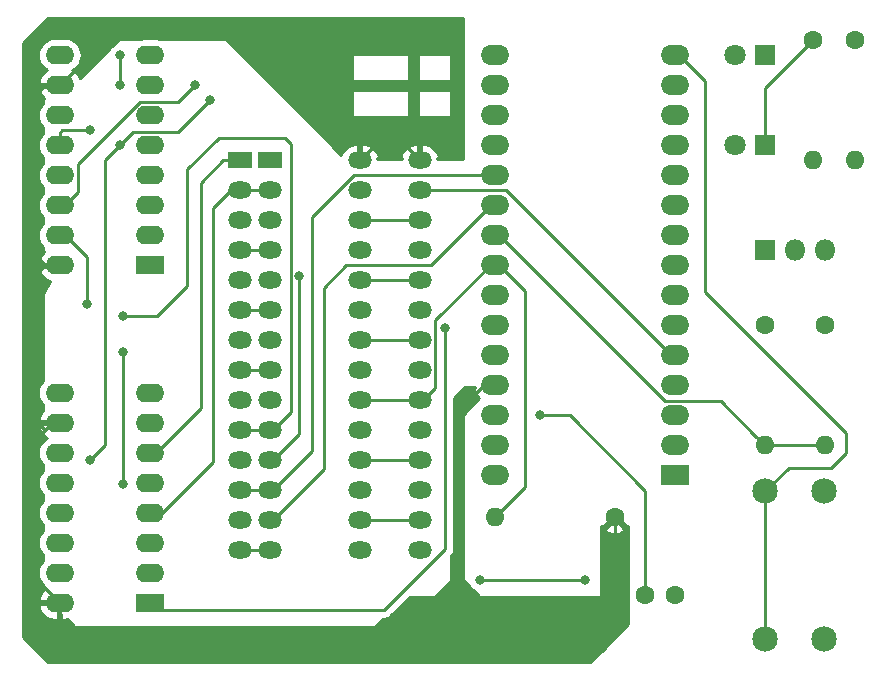
<source format=gbl>
G04 #@! TF.GenerationSoftware,KiCad,Pcbnew,(5.1.0)-1*
G04 #@! TF.CreationDate,2019-05-25T00:30:21-04:00*
G04 #@! TF.ProjectId,f-ramune_arduino,662d7261-6d75-46e6-955f-61726475696e,rev?*
G04 #@! TF.SameCoordinates,Original*
G04 #@! TF.FileFunction,Copper,L2,Bot*
G04 #@! TF.FilePolarity,Positive*
%FSLAX46Y46*%
G04 Gerber Fmt 4.6, Leading zero omitted, Abs format (unit mm)*
G04 Created by KiCad (PCBNEW (5.1.0)-1) date 2019-05-25 00:30:21*
%MOMM*%
%LPD*%
G04 APERTURE LIST*
%ADD10O,2.000000X1.440000*%
%ADD11R,2.000000X1.440000*%
%ADD12C,2.159000*%
%ADD13C,1.600000*%
%ADD14O,2.400000X1.600000*%
%ADD15R,2.400000X1.600000*%
%ADD16O,1.600000X1.600000*%
%ADD17O,1.800000X1.800000*%
%ADD18R,1.800000X1.800000*%
%ADD19C,1.800000*%
%ADD20O,2.400000X1.700000*%
%ADD21R,2.400000X1.700000*%
%ADD22C,0.800000*%
%ADD23C,0.250000*%
%ADD24C,0.254000*%
G04 APERTURE END LIST*
D10*
X146050000Y-120650000D03*
X135890000Y-120650000D03*
X146050000Y-118110000D03*
X135890000Y-118110000D03*
X146050000Y-115570000D03*
X135890000Y-115570000D03*
X146050000Y-113030000D03*
X135890000Y-113030000D03*
X146050000Y-110490000D03*
X135890000Y-110490000D03*
X146050000Y-107950000D03*
X135890000Y-107950000D03*
X146050000Y-105410000D03*
X135890000Y-105410000D03*
X146050000Y-102870000D03*
X135890000Y-102870000D03*
X146050000Y-100330000D03*
X135890000Y-100330000D03*
X146050000Y-97790000D03*
X135890000Y-97790000D03*
X146050000Y-95250000D03*
X135890000Y-95250000D03*
X146050000Y-92710000D03*
X135890000Y-92710000D03*
X146050000Y-90170000D03*
X135890000Y-90170000D03*
X146050000Y-87630000D03*
D11*
X135890000Y-87630000D03*
D10*
X146050000Y-87630000D03*
X146050000Y-90170000D03*
X146050000Y-92710000D03*
X146050000Y-95250000D03*
X146050000Y-97790000D03*
X146050000Y-100330000D03*
X146050000Y-102870000D03*
X146050000Y-105410000D03*
X146050000Y-107950000D03*
X146050000Y-110490000D03*
X146050000Y-113030000D03*
X146050000Y-115570000D03*
X146050000Y-118110000D03*
X146050000Y-120650000D03*
X146050000Y-120650000D03*
X146050000Y-118110000D03*
X146050000Y-115570000D03*
X146050000Y-113030000D03*
X146050000Y-110490000D03*
X146050000Y-107950000D03*
X146050000Y-105410000D03*
X146050000Y-102870000D03*
X146050000Y-100330000D03*
X146050000Y-97790000D03*
X146050000Y-95250000D03*
X146050000Y-92710000D03*
X146050000Y-90170000D03*
X146050000Y-87630000D03*
X146050000Y-87630000D03*
X146050000Y-90170000D03*
X146050000Y-92710000D03*
X146050000Y-95250000D03*
X146050000Y-97790000D03*
X146050000Y-100330000D03*
X146050000Y-102870000D03*
X146050000Y-105410000D03*
X146050000Y-107950000D03*
X146050000Y-110490000D03*
X146050000Y-113030000D03*
X146050000Y-115570000D03*
X146050000Y-118110000D03*
X146050000Y-120650000D03*
D11*
X138430000Y-87630000D03*
D10*
X138430000Y-90170000D03*
X138430000Y-92710000D03*
X138430000Y-95250000D03*
X138430000Y-97790000D03*
X138430000Y-100330000D03*
X138430000Y-102870000D03*
X138430000Y-105410000D03*
X138430000Y-107950000D03*
X138430000Y-110490000D03*
X138430000Y-113030000D03*
X138430000Y-115570000D03*
X138430000Y-118110000D03*
X138430000Y-120650000D03*
X151130000Y-120650000D03*
X151130000Y-118110000D03*
X151130000Y-115570000D03*
X151130000Y-113030000D03*
X151130000Y-110490000D03*
X151130000Y-107950000D03*
X151130000Y-105410000D03*
X151130000Y-102870000D03*
X151130000Y-100330000D03*
X151130000Y-97790000D03*
X151130000Y-95250000D03*
X151130000Y-92710000D03*
X151130000Y-90170000D03*
X151130000Y-87630000D03*
X151130000Y-87630000D03*
X151130000Y-90170000D03*
X151130000Y-92710000D03*
X151130000Y-95250000D03*
X151130000Y-97790000D03*
X151130000Y-100330000D03*
X151130000Y-102870000D03*
X151130000Y-105410000D03*
X151130000Y-107950000D03*
X151130000Y-110490000D03*
X151130000Y-113030000D03*
X151130000Y-115570000D03*
X151130000Y-118110000D03*
X151130000Y-120650000D03*
X151130000Y-120650000D03*
X151130000Y-118110000D03*
X151130000Y-115570000D03*
X151130000Y-113030000D03*
X151130000Y-110490000D03*
X151130000Y-107950000D03*
X151130000Y-105410000D03*
X151130000Y-102870000D03*
X151130000Y-100330000D03*
X151130000Y-97790000D03*
X151130000Y-95250000D03*
X151130000Y-92710000D03*
X151130000Y-90170000D03*
X151130000Y-87630000D03*
X151130000Y-87630000D03*
X151130000Y-90170000D03*
X151130000Y-92710000D03*
X151130000Y-95250000D03*
X151130000Y-97790000D03*
X151130000Y-100330000D03*
X151130000Y-102870000D03*
X151130000Y-105410000D03*
X151130000Y-107950000D03*
X151130000Y-110490000D03*
X151130000Y-113030000D03*
X151130000Y-115570000D03*
X151130000Y-118110000D03*
X151130000Y-120650000D03*
D12*
X180380640Y-128168400D03*
X180380640Y-115671600D03*
X185379360Y-128168400D03*
X185379360Y-115671600D03*
D13*
X170220000Y-124460000D03*
X172720000Y-124460000D03*
D14*
X120650000Y-125095000D03*
X128270000Y-107315000D03*
X120650000Y-122555000D03*
X128270000Y-109855000D03*
X120650000Y-120015000D03*
X128270000Y-112395000D03*
X120650000Y-117475000D03*
X128270000Y-114935000D03*
X120650000Y-114935000D03*
X128270000Y-117475000D03*
X120650000Y-112395000D03*
X128270000Y-120015000D03*
X120650000Y-109855000D03*
X128270000Y-122555000D03*
X120650000Y-107315000D03*
D15*
X128270000Y-125095000D03*
D14*
X120650000Y-96520000D03*
X128270000Y-78740000D03*
X120650000Y-93980000D03*
X128270000Y-81280000D03*
X120650000Y-91440000D03*
X128270000Y-83820000D03*
X120650000Y-88900000D03*
X128270000Y-86360000D03*
X120650000Y-86360000D03*
X128270000Y-88900000D03*
X120650000Y-83820000D03*
X128270000Y-91440000D03*
X120650000Y-81280000D03*
X128270000Y-93980000D03*
X120650000Y-78740000D03*
D15*
X128270000Y-96520000D03*
D16*
X157480000Y-117856000D03*
D13*
X167640000Y-117856000D03*
D16*
X180340000Y-111760000D03*
D13*
X180340000Y-101600000D03*
D16*
X185420000Y-111760000D03*
D13*
X185420000Y-101600000D03*
D16*
X187960000Y-87630000D03*
D13*
X187960000Y-77470000D03*
D16*
X184404000Y-87630000D03*
D13*
X184404000Y-77470000D03*
D17*
X185420000Y-95250000D03*
X182880000Y-95250000D03*
D18*
X180340000Y-95250000D03*
D19*
X177800000Y-78740000D03*
D18*
X180340000Y-78740000D03*
D19*
X177800000Y-86360000D03*
D18*
X180340000Y-86360000D03*
D20*
X172720000Y-78740000D03*
X157480000Y-78740000D03*
X172720000Y-81280000D03*
X157480000Y-81280000D03*
X172720000Y-83820000D03*
X157480000Y-83820000D03*
X172720000Y-86360000D03*
X157480000Y-86360000D03*
X172720000Y-88900000D03*
X157480000Y-88900000D03*
X172720000Y-91440000D03*
X157480000Y-91440000D03*
X172720000Y-93980000D03*
X157480000Y-93980000D03*
X172720000Y-96520000D03*
X157480000Y-96520000D03*
X172720000Y-99060000D03*
X157480000Y-99060000D03*
X172720000Y-101600000D03*
X157480000Y-101600000D03*
X172720000Y-104140000D03*
X157480000Y-104140000D03*
X172720000Y-106680000D03*
X157480000Y-106680000D03*
X172720000Y-109220000D03*
X157480000Y-109220000D03*
X172720000Y-111760000D03*
X157480000Y-111760000D03*
D21*
X172720000Y-114300000D03*
D20*
X157480000Y-114300000D03*
D22*
X132080000Y-81280000D03*
X133350000Y-82550000D03*
X125730000Y-86360000D03*
X123190000Y-85090000D03*
X123190000Y-113030000D03*
X161290000Y-109220000D03*
X140933010Y-97409000D03*
X122936000Y-99822000D03*
X125984000Y-100838000D03*
X125730000Y-78740000D03*
X125730000Y-81280000D03*
X125984000Y-103886000D03*
X125984014Y-115062000D03*
X153289000Y-101854000D03*
X156210000Y-123190000D03*
X165099972Y-123190000D03*
D23*
X180380640Y-128168400D02*
X180380640Y-115671600D01*
X173070000Y-78740000D02*
X172720000Y-78740000D01*
X175260000Y-80930000D02*
X173070000Y-78740000D01*
X182387240Y-113665000D02*
X185928000Y-113665000D01*
X180380640Y-115671600D02*
X182387240Y-113665000D01*
X185928000Y-113665000D02*
X187198000Y-112395000D01*
X187198000Y-112395000D02*
X187198000Y-110744000D01*
X187198000Y-110744000D02*
X175260000Y-98806000D01*
X175260000Y-98806000D02*
X175260000Y-80930000D01*
X121050000Y-91440000D02*
X120650000Y-91440000D01*
X122175010Y-90314990D02*
X121050000Y-91440000D01*
X122175010Y-87923986D02*
X122175010Y-90314990D01*
X127404006Y-82694990D02*
X122175010Y-87923986D01*
X130665010Y-82694990D02*
X127404006Y-82694990D01*
X132080000Y-81280000D02*
X130665010Y-82694990D01*
X130665010Y-85234990D02*
X126855010Y-85234990D01*
X133350000Y-82550000D02*
X130665010Y-85234990D01*
X126855010Y-85234990D02*
X125730000Y-86360000D01*
X125730000Y-86360000D02*
X125730000Y-86360000D01*
X120650000Y-85310000D02*
X120650000Y-86360000D01*
X120870000Y-85090000D02*
X120650000Y-85310000D01*
X123190000Y-85090000D02*
X120870000Y-85090000D01*
X123190000Y-113030000D02*
X123190000Y-113030000D01*
X124460000Y-111760000D02*
X123190000Y-113030000D01*
X125730000Y-86360000D02*
X124460000Y-87630000D01*
X124460000Y-87630000D02*
X124460000Y-111760000D01*
X161290000Y-109220000D02*
X161290000Y-109220000D01*
X170220000Y-115610000D02*
X170220000Y-124460000D01*
X161290000Y-109220000D02*
X163830000Y-109220000D01*
X163830000Y-109220000D02*
X170220000Y-115610000D01*
X154795001Y-126855001D02*
X166514999Y-126855001D01*
X166514999Y-126855001D02*
X167640000Y-125730000D01*
X119380000Y-96520000D02*
X120650000Y-96520000D01*
X118110000Y-97790000D02*
X119380000Y-96520000D01*
X119380000Y-110490000D02*
X118110000Y-109220000D01*
X118110000Y-109220000D02*
X118110000Y-97790000D01*
X119380000Y-81280000D02*
X120650000Y-81280000D01*
X118110000Y-82550000D02*
X119380000Y-81280000D01*
X119380000Y-96520000D02*
X118110000Y-95250000D01*
X118110000Y-95250000D02*
X118110000Y-82550000D01*
X125730000Y-76200000D02*
X120650000Y-81280000D01*
X137160000Y-76200000D02*
X125730000Y-76200000D01*
X146050000Y-87630000D02*
X146050000Y-85090000D01*
X146050000Y-85090000D02*
X137160000Y-76200000D01*
X149860000Y-86360000D02*
X151130000Y-87630000D01*
X146050000Y-87630000D02*
X147320000Y-86360000D01*
X147320000Y-86360000D02*
X149860000Y-86360000D01*
X167640000Y-117475000D02*
X167640000Y-125730000D01*
X156591000Y-106680000D02*
X157480000Y-106680000D01*
X154305000Y-108966000D02*
X156591000Y-106680000D01*
X154795001Y-126855001D02*
X154305000Y-126365000D01*
X154305000Y-126365000D02*
X154305000Y-108966000D01*
X118110000Y-111760000D02*
X118110000Y-122555000D01*
X118110000Y-122555000D02*
X120650000Y-125095000D01*
X153634002Y-128016000D02*
X154795001Y-126855001D01*
X120650000Y-125095000D02*
X120650000Y-127508000D01*
X119380000Y-110490000D02*
X118110000Y-111760000D01*
X120650000Y-127508000D02*
X121158000Y-128016000D01*
X121158000Y-128016000D02*
X153634002Y-128016000D01*
X119815000Y-110055000D02*
X119380000Y-110490000D01*
X120332500Y-110055000D02*
X119815000Y-110055000D01*
X146050000Y-113030000D02*
X151130000Y-113030000D01*
X146050000Y-102870000D02*
X151130000Y-102870000D01*
X146050000Y-107950000D02*
X151130000Y-107950000D01*
X152455010Y-106904990D02*
X151410000Y-107950000D01*
X157130000Y-96520000D02*
X152455010Y-101194990D01*
X157480000Y-96520000D02*
X157130000Y-96520000D01*
X152455010Y-101194990D02*
X152455010Y-106904990D01*
X151410000Y-107950000D02*
X151130000Y-107950000D01*
X157830000Y-96520000D02*
X157480000Y-96520000D01*
X160020000Y-98710000D02*
X157830000Y-96520000D01*
X157480000Y-117856000D02*
X160020000Y-115316000D01*
X160020000Y-115316000D02*
X160020000Y-98710000D01*
X151130000Y-118110000D02*
X146050000Y-118110000D01*
X179540001Y-110960001D02*
X180340000Y-111760000D01*
X176624990Y-108044990D02*
X179540001Y-110960001D01*
X171894990Y-108044990D02*
X176624990Y-108044990D01*
X157830000Y-93980000D02*
X171894990Y-108044990D01*
X157480000Y-93980000D02*
X157830000Y-93980000D01*
X185420000Y-111760000D02*
X180340000Y-111760000D01*
X138710000Y-118110000D02*
X143002000Y-113818000D01*
X138430000Y-118110000D02*
X138710000Y-118110000D01*
X157130000Y-91440000D02*
X157480000Y-91440000D01*
X143002000Y-113818000D02*
X143002000Y-98425000D01*
X143002000Y-98425000D02*
X144907000Y-96520000D01*
X144907000Y-96520000D02*
X152050000Y-96520000D01*
X152050000Y-96520000D02*
X157130000Y-91440000D01*
X152380000Y-90170000D02*
X151130000Y-90170000D01*
X158400000Y-90170000D02*
X152380000Y-90170000D01*
X172370000Y-104140000D02*
X158400000Y-90170000D01*
X172720000Y-104140000D02*
X172370000Y-104140000D01*
X138430000Y-115570000D02*
X135890000Y-115570000D01*
X156030000Y-88900000D02*
X157480000Y-88900000D01*
X145562133Y-88900000D02*
X156030000Y-88900000D01*
X141986000Y-92476133D02*
X145562133Y-88900000D01*
X141986000Y-112294000D02*
X141986000Y-92476133D01*
X138430000Y-115570000D02*
X138710000Y-115570000D01*
X138710000Y-115570000D02*
X141986000Y-112294000D01*
X138430000Y-113030000D02*
X138710000Y-113030000D01*
X140933010Y-110806990D02*
X140933010Y-97974685D01*
X140933010Y-97974685D02*
X140933010Y-97409000D01*
X138710000Y-113030000D02*
X140933010Y-110806990D01*
X135890000Y-110490000D02*
X138430000Y-110490000D01*
X121050000Y-93980000D02*
X122936000Y-95866000D01*
X122936000Y-99256315D02*
X122936000Y-99822000D01*
X120650000Y-93980000D02*
X121050000Y-93980000D01*
X122936000Y-95866000D02*
X122936000Y-99256315D01*
X128905000Y-100838000D02*
X125984000Y-100838000D01*
X131445000Y-98298000D02*
X128905000Y-100838000D01*
X131445000Y-88392000D02*
X131445000Y-98298000D01*
X138430000Y-110490000D02*
X138710000Y-110490000D01*
X140208000Y-108992000D02*
X140208000Y-86233000D01*
X140208000Y-86233000D02*
X139700000Y-85725000D01*
X138710000Y-110490000D02*
X140208000Y-108992000D01*
X139700000Y-85725000D02*
X134112000Y-85725000D01*
X134112000Y-85725000D02*
X131445000Y-88392000D01*
X138430000Y-95250000D02*
X135890000Y-95250000D01*
X135890000Y-100330000D02*
X138430000Y-100330000D01*
X138430000Y-105410000D02*
X135890000Y-105410000D01*
X125730000Y-78740000D02*
X125730000Y-81280000D01*
X125730000Y-81280000D02*
X125730000Y-81280000D01*
X125984000Y-103886000D02*
X125984000Y-115061986D01*
X125984000Y-115061986D02*
X125984014Y-115062000D01*
X134493000Y-87630000D02*
X135890000Y-87630000D01*
X132588000Y-89535000D02*
X134493000Y-87630000D01*
X132588000Y-108585000D02*
X132588000Y-89535000D01*
X128270000Y-112395000D02*
X128778000Y-112395000D01*
X128778000Y-112395000D02*
X132588000Y-108585000D01*
X151130000Y-92710000D02*
X146050000Y-92710000D01*
X135890000Y-90170000D02*
X138430000Y-90170000D01*
X135128000Y-90170000D02*
X135890000Y-90170000D01*
X133604000Y-91694000D02*
X135128000Y-90170000D01*
X133604000Y-113176000D02*
X133604000Y-91694000D01*
X129305000Y-117475000D02*
X133604000Y-113176000D01*
X128270000Y-117475000D02*
X129305000Y-117475000D01*
X146050000Y-97790000D02*
X151130000Y-97790000D01*
X148082000Y-125730000D02*
X153289000Y-120523000D01*
X153289000Y-102419685D02*
X153289000Y-101854000D01*
X153289000Y-120523000D02*
X153289000Y-102419685D01*
X128270000Y-125730000D02*
X148082000Y-125730000D01*
X135890000Y-120650000D02*
X138430000Y-120650000D01*
X161290000Y-123190000D02*
X161290000Y-123190000D01*
X156210000Y-123190000D02*
X165099972Y-123190000D01*
X180340000Y-81534000D02*
X184404000Y-77470000D01*
X180340000Y-86360000D02*
X180340000Y-81534000D01*
D24*
G36*
X167833748Y-117841858D02*
G01*
X167819605Y-117856000D01*
X168632702Y-118669097D01*
X168783000Y-118624998D01*
X168783000Y-126947394D01*
X166531771Y-129198623D01*
X167522937Y-119286971D01*
X167710512Y-119296217D01*
X167990130Y-119254787D01*
X168256292Y-119159603D01*
X168381514Y-119092671D01*
X168453097Y-118848702D01*
X167647339Y-118042944D01*
X167682566Y-117690676D01*
X167833748Y-117841858D01*
X167833748Y-117841858D01*
G37*
X167833748Y-117841858D02*
X167819605Y-117856000D01*
X168632702Y-118669097D01*
X168783000Y-118624998D01*
X168783000Y-126947394D01*
X166531771Y-129198623D01*
X167522937Y-119286971D01*
X167710512Y-119296217D01*
X167990130Y-119254787D01*
X168256292Y-119159603D01*
X168381514Y-119092671D01*
X168453097Y-118848702D01*
X167647339Y-118042944D01*
X167682566Y-117690676D01*
X167833748Y-117841858D01*
G36*
X154813000Y-87503000D02*
G01*
X152765000Y-87503000D01*
X152765000Y-87502998D01*
X152599490Y-87502998D01*
X152722559Y-87293528D01*
X152710458Y-87228797D01*
X152607199Y-86982799D01*
X152457933Y-86761673D01*
X152268395Y-86573916D01*
X152045869Y-86426744D01*
X151798907Y-86325812D01*
X151537000Y-86275000D01*
X151257000Y-86275000D01*
X151257000Y-87503000D01*
X151003000Y-87503000D01*
X151003000Y-86275000D01*
X150723000Y-86275000D01*
X150461093Y-86325812D01*
X150214131Y-86426744D01*
X149991605Y-86573916D01*
X149802067Y-86761673D01*
X149652801Y-86982799D01*
X149549542Y-87228797D01*
X149537441Y-87293528D01*
X149660510Y-87502998D01*
X149495000Y-87502998D01*
X149495000Y-87503000D01*
X147685000Y-87503000D01*
X147685000Y-87502998D01*
X147519490Y-87502998D01*
X147642559Y-87293528D01*
X147630458Y-87228797D01*
X147527199Y-86982799D01*
X147377933Y-86761673D01*
X147188395Y-86573916D01*
X146965869Y-86426744D01*
X146718907Y-86325812D01*
X146457000Y-86275000D01*
X146177000Y-86275000D01*
X146177000Y-87503000D01*
X145923000Y-87503000D01*
X145923000Y-86275000D01*
X145643000Y-86275000D01*
X145381093Y-86325812D01*
X145134131Y-86426744D01*
X144911605Y-86573916D01*
X144722067Y-86761673D01*
X144572801Y-86982799D01*
X144495814Y-87166208D01*
X139117606Y-81788000D01*
X145415000Y-81788000D01*
X145415000Y-83820000D01*
X145417440Y-83844776D01*
X145424667Y-83868601D01*
X145436403Y-83890557D01*
X145452197Y-83909803D01*
X145471443Y-83925597D01*
X145493399Y-83937333D01*
X145517224Y-83944560D01*
X145542000Y-83947000D01*
X150114000Y-83947000D01*
X150138776Y-83944560D01*
X150162601Y-83937333D01*
X150184557Y-83925597D01*
X150203803Y-83909803D01*
X150219597Y-83890557D01*
X150231333Y-83868601D01*
X150238560Y-83844776D01*
X150241000Y-83820000D01*
X150241000Y-81788000D01*
X151003000Y-81788000D01*
X151003000Y-83820000D01*
X151005440Y-83844776D01*
X151012667Y-83868601D01*
X151024403Y-83890557D01*
X151040197Y-83909803D01*
X151059443Y-83925597D01*
X151081399Y-83937333D01*
X151105224Y-83944560D01*
X151130000Y-83947000D01*
X153670000Y-83947000D01*
X153694776Y-83944560D01*
X153718601Y-83937333D01*
X153740557Y-83925597D01*
X153759803Y-83909803D01*
X153775597Y-83890557D01*
X153787333Y-83868601D01*
X153794560Y-83844776D01*
X153797000Y-83820000D01*
X153797000Y-81788000D01*
X153794560Y-81763224D01*
X153787333Y-81739399D01*
X153775597Y-81717443D01*
X153759803Y-81698197D01*
X153740557Y-81682403D01*
X153718601Y-81670667D01*
X153694776Y-81663440D01*
X153670000Y-81661000D01*
X151130000Y-81661000D01*
X151105224Y-81663440D01*
X151081399Y-81670667D01*
X151059443Y-81682403D01*
X151040197Y-81698197D01*
X151024403Y-81717443D01*
X151012667Y-81739399D01*
X151005440Y-81763224D01*
X151003000Y-81788000D01*
X150241000Y-81788000D01*
X150238560Y-81763224D01*
X150231333Y-81739399D01*
X150219597Y-81717443D01*
X150203803Y-81698197D01*
X150184557Y-81682403D01*
X150162601Y-81670667D01*
X150138776Y-81663440D01*
X150114000Y-81661000D01*
X145542000Y-81661000D01*
X145517224Y-81663440D01*
X145493399Y-81670667D01*
X145471443Y-81682403D01*
X145452197Y-81698197D01*
X145436403Y-81717443D01*
X145424667Y-81739399D01*
X145417440Y-81763224D01*
X145415000Y-81788000D01*
X139117606Y-81788000D01*
X136069606Y-78740000D01*
X145415000Y-78740000D01*
X145415000Y-80772000D01*
X145417440Y-80796776D01*
X145424667Y-80820601D01*
X145436403Y-80842557D01*
X145452197Y-80861803D01*
X145471443Y-80877597D01*
X145493399Y-80889333D01*
X145517224Y-80896560D01*
X145542000Y-80899000D01*
X150114000Y-80899000D01*
X150138776Y-80896560D01*
X150162601Y-80889333D01*
X150184557Y-80877597D01*
X150203803Y-80861803D01*
X150219597Y-80842557D01*
X150231333Y-80820601D01*
X150238560Y-80796776D01*
X150241000Y-80772000D01*
X150241000Y-78740000D01*
X151003000Y-78740000D01*
X151003000Y-80772000D01*
X151005440Y-80796776D01*
X151012667Y-80820601D01*
X151024403Y-80842557D01*
X151040197Y-80861803D01*
X151059443Y-80877597D01*
X151081399Y-80889333D01*
X151105224Y-80896560D01*
X151130000Y-80899000D01*
X153670000Y-80899000D01*
X153694776Y-80896560D01*
X153718601Y-80889333D01*
X153740557Y-80877597D01*
X153759803Y-80861803D01*
X153775597Y-80842557D01*
X153787333Y-80820601D01*
X153794560Y-80796776D01*
X153797000Y-80772000D01*
X153797000Y-78740000D01*
X153794560Y-78715224D01*
X153787333Y-78691399D01*
X153775597Y-78669443D01*
X153759803Y-78650197D01*
X153740557Y-78634403D01*
X153718601Y-78622667D01*
X153694776Y-78615440D01*
X153670000Y-78613000D01*
X151130000Y-78613000D01*
X151105224Y-78615440D01*
X151081399Y-78622667D01*
X151059443Y-78634403D01*
X151040197Y-78650197D01*
X151024403Y-78669443D01*
X151012667Y-78691399D01*
X151005440Y-78715224D01*
X151003000Y-78740000D01*
X150241000Y-78740000D01*
X150238560Y-78715224D01*
X150231333Y-78691399D01*
X150219597Y-78669443D01*
X150203803Y-78650197D01*
X150184557Y-78634403D01*
X150162601Y-78622667D01*
X150138776Y-78615440D01*
X150114000Y-78613000D01*
X145542000Y-78613000D01*
X145517224Y-78615440D01*
X145493399Y-78622667D01*
X145471443Y-78634403D01*
X145452197Y-78650197D01*
X145436403Y-78669443D01*
X145424667Y-78691399D01*
X145417440Y-78715224D01*
X145415000Y-78740000D01*
X136069606Y-78740000D01*
X134709803Y-77380197D01*
X134690557Y-77364403D01*
X134668601Y-77352667D01*
X134644776Y-77345440D01*
X134620000Y-77343000D01*
X129008129Y-77343000D01*
X128951309Y-77325764D01*
X128740492Y-77305000D01*
X127799508Y-77305000D01*
X127588691Y-77325764D01*
X127531871Y-77343000D01*
X125730000Y-77343000D01*
X125705224Y-77345440D01*
X125681399Y-77352667D01*
X125659443Y-77364403D01*
X125640197Y-77380197D01*
X125112734Y-77907660D01*
X125070226Y-77936063D01*
X124926063Y-78080226D01*
X124897660Y-78122734D01*
X122349055Y-80671339D01*
X122313715Y-80588354D01*
X122154500Y-80355105D01*
X121952839Y-80157399D01*
X121723259Y-80007265D01*
X121851101Y-79938932D01*
X122069608Y-79759608D01*
X122248932Y-79541101D01*
X122382182Y-79291808D01*
X122464236Y-79021309D01*
X122491943Y-78740000D01*
X122464236Y-78458691D01*
X122382182Y-78188192D01*
X122248932Y-77938899D01*
X122069608Y-77720392D01*
X121851101Y-77541068D01*
X121601808Y-77407818D01*
X121331309Y-77325764D01*
X121120492Y-77305000D01*
X120179508Y-77305000D01*
X119968691Y-77325764D01*
X119698192Y-77407818D01*
X119448899Y-77541068D01*
X119230392Y-77720392D01*
X119051068Y-77938899D01*
X118917818Y-78188192D01*
X118835764Y-78458691D01*
X118808057Y-78740000D01*
X118835764Y-79021309D01*
X118917818Y-79291808D01*
X119051068Y-79541101D01*
X119230392Y-79759608D01*
X119448899Y-79938932D01*
X119576741Y-80007265D01*
X119347161Y-80157399D01*
X119145500Y-80355105D01*
X118986285Y-80588354D01*
X118875633Y-80848182D01*
X118858096Y-80930961D01*
X118980085Y-81153000D01*
X120523000Y-81153000D01*
X120523000Y-81133000D01*
X120777000Y-81133000D01*
X120777000Y-81153000D01*
X120650000Y-81153000D01*
X120625224Y-81155440D01*
X120601399Y-81162667D01*
X120579443Y-81174403D01*
X120560197Y-81190197D01*
X120343394Y-81407000D01*
X118980085Y-81407000D01*
X118858096Y-81629039D01*
X118875633Y-81711818D01*
X118986285Y-81971646D01*
X119145500Y-82204895D01*
X119347161Y-82402601D01*
X119347543Y-82402851D01*
X119290197Y-82460197D01*
X119274403Y-82479443D01*
X119262667Y-82501399D01*
X119255440Y-82525224D01*
X119253000Y-82550000D01*
X119253000Y-82781838D01*
X119230392Y-82800392D01*
X119051068Y-83018899D01*
X118917818Y-83268192D01*
X118835764Y-83538691D01*
X118808057Y-83820000D01*
X118835764Y-84101309D01*
X118917818Y-84371808D01*
X119051068Y-84621101D01*
X119230392Y-84839608D01*
X119253000Y-84858162D01*
X119253000Y-85321838D01*
X119230392Y-85340392D01*
X119051068Y-85558899D01*
X118917818Y-85808192D01*
X118835764Y-86078691D01*
X118808057Y-86360000D01*
X118835764Y-86641309D01*
X118917818Y-86911808D01*
X119051068Y-87161101D01*
X119230392Y-87379608D01*
X119253000Y-87398162D01*
X119253000Y-87861838D01*
X119230392Y-87880392D01*
X119051068Y-88098899D01*
X118917818Y-88348192D01*
X118835764Y-88618691D01*
X118808057Y-88900000D01*
X118835764Y-89181309D01*
X118917818Y-89451808D01*
X119051068Y-89701101D01*
X119230392Y-89919608D01*
X119253000Y-89938162D01*
X119253000Y-90401838D01*
X119230392Y-90420392D01*
X119051068Y-90638899D01*
X118917818Y-90888192D01*
X118835764Y-91158691D01*
X118808057Y-91440000D01*
X118835764Y-91721309D01*
X118917818Y-91991808D01*
X119051068Y-92241101D01*
X119230392Y-92459608D01*
X119253000Y-92478162D01*
X119253000Y-92941838D01*
X119230392Y-92960392D01*
X119051068Y-93178899D01*
X118917818Y-93428192D01*
X118835764Y-93698691D01*
X118808057Y-93980000D01*
X118835764Y-94261309D01*
X118917818Y-94531808D01*
X119051068Y-94781101D01*
X119230392Y-94999608D01*
X119253000Y-95018162D01*
X119253000Y-95250000D01*
X119255440Y-95274776D01*
X119262667Y-95298601D01*
X119274403Y-95320557D01*
X119290197Y-95339803D01*
X119347543Y-95397149D01*
X119347161Y-95397399D01*
X119145500Y-95595105D01*
X118986285Y-95828354D01*
X118875633Y-96088182D01*
X118858096Y-96170961D01*
X118980085Y-96393000D01*
X120343394Y-96393000D01*
X120495471Y-96545077D01*
X120444510Y-96647000D01*
X118980085Y-96647000D01*
X118858096Y-96869039D01*
X118875633Y-96951818D01*
X118986285Y-97211646D01*
X119145500Y-97444895D01*
X119347161Y-97642601D01*
X119583517Y-97797166D01*
X119821512Y-97892996D01*
X119266408Y-99003204D01*
X119257510Y-99026456D01*
X119253000Y-99060000D01*
X119253000Y-106276838D01*
X119230392Y-106295392D01*
X119051068Y-106513899D01*
X118917818Y-106763192D01*
X118835764Y-107033691D01*
X118808057Y-107315000D01*
X118835764Y-107596309D01*
X118917818Y-107866808D01*
X119051068Y-108116101D01*
X119230392Y-108334608D01*
X119253000Y-108353162D01*
X119253000Y-108824713D01*
X119145500Y-108930105D01*
X118986285Y-109163354D01*
X118875633Y-109423182D01*
X118858096Y-109505961D01*
X118980085Y-109728000D01*
X119708394Y-109728000D01*
X119962394Y-109982000D01*
X118980085Y-109982000D01*
X118858096Y-110204039D01*
X118875633Y-110286818D01*
X118986285Y-110546646D01*
X119145500Y-110779895D01*
X119347161Y-110977601D01*
X119576741Y-111127735D01*
X119448899Y-111196068D01*
X119230392Y-111375392D01*
X119051068Y-111593899D01*
X118917818Y-111843192D01*
X118835764Y-112113691D01*
X118808057Y-112395000D01*
X118835764Y-112676309D01*
X118917818Y-112946808D01*
X119051068Y-113196101D01*
X119230392Y-113414608D01*
X119253000Y-113433162D01*
X119253000Y-113896838D01*
X119230392Y-113915392D01*
X119051068Y-114133899D01*
X118917818Y-114383192D01*
X118835764Y-114653691D01*
X118808057Y-114935000D01*
X118835764Y-115216309D01*
X118917818Y-115486808D01*
X119051068Y-115736101D01*
X119230392Y-115954608D01*
X119253000Y-115973162D01*
X119253000Y-116436838D01*
X119230392Y-116455392D01*
X119051068Y-116673899D01*
X118917818Y-116923192D01*
X118835764Y-117193691D01*
X118808057Y-117475000D01*
X118835764Y-117756309D01*
X118917818Y-118026808D01*
X119051068Y-118276101D01*
X119230392Y-118494608D01*
X119253000Y-118513162D01*
X119253000Y-118976838D01*
X119230392Y-118995392D01*
X119051068Y-119213899D01*
X118917818Y-119463192D01*
X118835764Y-119733691D01*
X118808057Y-120015000D01*
X118835764Y-120296309D01*
X118917818Y-120566808D01*
X119051068Y-120816101D01*
X119230392Y-121034608D01*
X119253000Y-121053162D01*
X119253000Y-121516838D01*
X119230392Y-121535392D01*
X119051068Y-121753899D01*
X118917818Y-122003192D01*
X118835764Y-122273691D01*
X118808057Y-122555000D01*
X118835764Y-122836309D01*
X118917818Y-123106808D01*
X119051068Y-123356101D01*
X119230392Y-123574608D01*
X119253000Y-123593162D01*
X119253000Y-124064713D01*
X119145500Y-124170105D01*
X118986285Y-124403354D01*
X118875633Y-124663182D01*
X118858096Y-124745961D01*
X118980085Y-124968000D01*
X119708394Y-124968000D01*
X119962394Y-125222000D01*
X118980085Y-125222000D01*
X118858096Y-125444039D01*
X118875633Y-125526818D01*
X118986285Y-125786646D01*
X119145500Y-126019895D01*
X119347161Y-126217601D01*
X119583517Y-126372166D01*
X119845486Y-126477650D01*
X120123000Y-126530000D01*
X120523000Y-126530000D01*
X120523000Y-125782606D01*
X120777000Y-126036606D01*
X120777000Y-126530000D01*
X121177000Y-126530000D01*
X121255572Y-126515178D01*
X121830197Y-127089803D01*
X121849443Y-127105597D01*
X121871399Y-127117333D01*
X121895224Y-127124560D01*
X121920000Y-127127000D01*
X147320000Y-127127000D01*
X147344776Y-127124560D01*
X147368601Y-127117333D01*
X147390557Y-127105597D01*
X147409803Y-127089803D01*
X148009606Y-126490000D01*
X148044678Y-126490000D01*
X148082000Y-126493676D01*
X148119322Y-126490000D01*
X148119333Y-126490000D01*
X148230986Y-126479003D01*
X148374247Y-126435546D01*
X148506276Y-126364974D01*
X148622001Y-126270001D01*
X148645804Y-126240997D01*
X150299801Y-124587000D01*
X152400000Y-124587000D01*
X152424776Y-124584560D01*
X152448601Y-124577333D01*
X152470557Y-124565597D01*
X152489803Y-124549803D01*
X153759803Y-123279803D01*
X153775597Y-123260557D01*
X153787333Y-123238601D01*
X153794560Y-123214776D01*
X153797000Y-123190000D01*
X153797000Y-121089802D01*
X153800004Y-121086798D01*
X153829001Y-121063001D01*
X153855332Y-121030917D01*
X153923974Y-120947277D01*
X153994546Y-120815247D01*
X153999479Y-120798986D01*
X154038003Y-120671986D01*
X154049000Y-120560333D01*
X154049000Y-120560323D01*
X154052676Y-120523001D01*
X154049000Y-120485678D01*
X154049000Y-107750606D01*
X154992606Y-106807000D01*
X155645000Y-106807000D01*
X155645000Y-106807002D01*
X155809844Y-106807002D01*
X155688524Y-107036890D01*
X155709437Y-107130953D01*
X155824709Y-107399426D01*
X155990143Y-107640252D01*
X156167393Y-107813001D01*
X154850197Y-109130197D01*
X154834403Y-109149443D01*
X154822667Y-109171399D01*
X154815440Y-109195224D01*
X154813000Y-109220000D01*
X154813000Y-123190000D01*
X154815440Y-123214776D01*
X154822667Y-123238601D01*
X154834403Y-123260557D01*
X154850197Y-123279803D01*
X155377660Y-123807266D01*
X155406063Y-123849774D01*
X155550226Y-123993937D01*
X155592734Y-124022340D01*
X156120197Y-124549803D01*
X156139443Y-124565597D01*
X156161399Y-124577333D01*
X156185224Y-124584560D01*
X156210000Y-124587000D01*
X166370000Y-124587000D01*
X166394776Y-124584560D01*
X166418601Y-124577333D01*
X166440557Y-124565597D01*
X166459803Y-124549803D01*
X166475597Y-124530557D01*
X166487333Y-124508601D01*
X166494560Y-124484776D01*
X166497000Y-124460000D01*
X166497000Y-118624998D01*
X166647298Y-118669097D01*
X167460395Y-117856000D01*
X167446253Y-117841858D01*
X167513000Y-117775110D01*
X167513000Y-118162605D01*
X166826903Y-118848702D01*
X166898486Y-119092671D01*
X167153996Y-119213571D01*
X167428184Y-119282300D01*
X167513000Y-119286481D01*
X167513000Y-128217394D01*
X165580394Y-130150000D01*
X119653381Y-130150000D01*
X117500000Y-127996620D01*
X117500000Y-77743380D01*
X119653381Y-75590000D01*
X154813000Y-75590000D01*
X154813000Y-87503000D01*
X154813000Y-87503000D01*
G37*
X154813000Y-87503000D02*
X152765000Y-87503000D01*
X152765000Y-87502998D01*
X152599490Y-87502998D01*
X152722559Y-87293528D01*
X152710458Y-87228797D01*
X152607199Y-86982799D01*
X152457933Y-86761673D01*
X152268395Y-86573916D01*
X152045869Y-86426744D01*
X151798907Y-86325812D01*
X151537000Y-86275000D01*
X151257000Y-86275000D01*
X151257000Y-87503000D01*
X151003000Y-87503000D01*
X151003000Y-86275000D01*
X150723000Y-86275000D01*
X150461093Y-86325812D01*
X150214131Y-86426744D01*
X149991605Y-86573916D01*
X149802067Y-86761673D01*
X149652801Y-86982799D01*
X149549542Y-87228797D01*
X149537441Y-87293528D01*
X149660510Y-87502998D01*
X149495000Y-87502998D01*
X149495000Y-87503000D01*
X147685000Y-87503000D01*
X147685000Y-87502998D01*
X147519490Y-87502998D01*
X147642559Y-87293528D01*
X147630458Y-87228797D01*
X147527199Y-86982799D01*
X147377933Y-86761673D01*
X147188395Y-86573916D01*
X146965869Y-86426744D01*
X146718907Y-86325812D01*
X146457000Y-86275000D01*
X146177000Y-86275000D01*
X146177000Y-87503000D01*
X145923000Y-87503000D01*
X145923000Y-86275000D01*
X145643000Y-86275000D01*
X145381093Y-86325812D01*
X145134131Y-86426744D01*
X144911605Y-86573916D01*
X144722067Y-86761673D01*
X144572801Y-86982799D01*
X144495814Y-87166208D01*
X139117606Y-81788000D01*
X145415000Y-81788000D01*
X145415000Y-83820000D01*
X145417440Y-83844776D01*
X145424667Y-83868601D01*
X145436403Y-83890557D01*
X145452197Y-83909803D01*
X145471443Y-83925597D01*
X145493399Y-83937333D01*
X145517224Y-83944560D01*
X145542000Y-83947000D01*
X150114000Y-83947000D01*
X150138776Y-83944560D01*
X150162601Y-83937333D01*
X150184557Y-83925597D01*
X150203803Y-83909803D01*
X150219597Y-83890557D01*
X150231333Y-83868601D01*
X150238560Y-83844776D01*
X150241000Y-83820000D01*
X150241000Y-81788000D01*
X151003000Y-81788000D01*
X151003000Y-83820000D01*
X151005440Y-83844776D01*
X151012667Y-83868601D01*
X151024403Y-83890557D01*
X151040197Y-83909803D01*
X151059443Y-83925597D01*
X151081399Y-83937333D01*
X151105224Y-83944560D01*
X151130000Y-83947000D01*
X153670000Y-83947000D01*
X153694776Y-83944560D01*
X153718601Y-83937333D01*
X153740557Y-83925597D01*
X153759803Y-83909803D01*
X153775597Y-83890557D01*
X153787333Y-83868601D01*
X153794560Y-83844776D01*
X153797000Y-83820000D01*
X153797000Y-81788000D01*
X153794560Y-81763224D01*
X153787333Y-81739399D01*
X153775597Y-81717443D01*
X153759803Y-81698197D01*
X153740557Y-81682403D01*
X153718601Y-81670667D01*
X153694776Y-81663440D01*
X153670000Y-81661000D01*
X151130000Y-81661000D01*
X151105224Y-81663440D01*
X151081399Y-81670667D01*
X151059443Y-81682403D01*
X151040197Y-81698197D01*
X151024403Y-81717443D01*
X151012667Y-81739399D01*
X151005440Y-81763224D01*
X151003000Y-81788000D01*
X150241000Y-81788000D01*
X150238560Y-81763224D01*
X150231333Y-81739399D01*
X150219597Y-81717443D01*
X150203803Y-81698197D01*
X150184557Y-81682403D01*
X150162601Y-81670667D01*
X150138776Y-81663440D01*
X150114000Y-81661000D01*
X145542000Y-81661000D01*
X145517224Y-81663440D01*
X145493399Y-81670667D01*
X145471443Y-81682403D01*
X145452197Y-81698197D01*
X145436403Y-81717443D01*
X145424667Y-81739399D01*
X145417440Y-81763224D01*
X145415000Y-81788000D01*
X139117606Y-81788000D01*
X136069606Y-78740000D01*
X145415000Y-78740000D01*
X145415000Y-80772000D01*
X145417440Y-80796776D01*
X145424667Y-80820601D01*
X145436403Y-80842557D01*
X145452197Y-80861803D01*
X145471443Y-80877597D01*
X145493399Y-80889333D01*
X145517224Y-80896560D01*
X145542000Y-80899000D01*
X150114000Y-80899000D01*
X150138776Y-80896560D01*
X150162601Y-80889333D01*
X150184557Y-80877597D01*
X150203803Y-80861803D01*
X150219597Y-80842557D01*
X150231333Y-80820601D01*
X150238560Y-80796776D01*
X150241000Y-80772000D01*
X150241000Y-78740000D01*
X151003000Y-78740000D01*
X151003000Y-80772000D01*
X151005440Y-80796776D01*
X151012667Y-80820601D01*
X151024403Y-80842557D01*
X151040197Y-80861803D01*
X151059443Y-80877597D01*
X151081399Y-80889333D01*
X151105224Y-80896560D01*
X151130000Y-80899000D01*
X153670000Y-80899000D01*
X153694776Y-80896560D01*
X153718601Y-80889333D01*
X153740557Y-80877597D01*
X153759803Y-80861803D01*
X153775597Y-80842557D01*
X153787333Y-80820601D01*
X153794560Y-80796776D01*
X153797000Y-80772000D01*
X153797000Y-78740000D01*
X153794560Y-78715224D01*
X153787333Y-78691399D01*
X153775597Y-78669443D01*
X153759803Y-78650197D01*
X153740557Y-78634403D01*
X153718601Y-78622667D01*
X153694776Y-78615440D01*
X153670000Y-78613000D01*
X151130000Y-78613000D01*
X151105224Y-78615440D01*
X151081399Y-78622667D01*
X151059443Y-78634403D01*
X151040197Y-78650197D01*
X151024403Y-78669443D01*
X151012667Y-78691399D01*
X151005440Y-78715224D01*
X151003000Y-78740000D01*
X150241000Y-78740000D01*
X150238560Y-78715224D01*
X150231333Y-78691399D01*
X150219597Y-78669443D01*
X150203803Y-78650197D01*
X150184557Y-78634403D01*
X150162601Y-78622667D01*
X150138776Y-78615440D01*
X150114000Y-78613000D01*
X145542000Y-78613000D01*
X145517224Y-78615440D01*
X145493399Y-78622667D01*
X145471443Y-78634403D01*
X145452197Y-78650197D01*
X145436403Y-78669443D01*
X145424667Y-78691399D01*
X145417440Y-78715224D01*
X145415000Y-78740000D01*
X136069606Y-78740000D01*
X134709803Y-77380197D01*
X134690557Y-77364403D01*
X134668601Y-77352667D01*
X134644776Y-77345440D01*
X134620000Y-77343000D01*
X129008129Y-77343000D01*
X128951309Y-77325764D01*
X128740492Y-77305000D01*
X127799508Y-77305000D01*
X127588691Y-77325764D01*
X127531871Y-77343000D01*
X125730000Y-77343000D01*
X125705224Y-77345440D01*
X125681399Y-77352667D01*
X125659443Y-77364403D01*
X125640197Y-77380197D01*
X125112734Y-77907660D01*
X125070226Y-77936063D01*
X124926063Y-78080226D01*
X124897660Y-78122734D01*
X122349055Y-80671339D01*
X122313715Y-80588354D01*
X122154500Y-80355105D01*
X121952839Y-80157399D01*
X121723259Y-80007265D01*
X121851101Y-79938932D01*
X122069608Y-79759608D01*
X122248932Y-79541101D01*
X122382182Y-79291808D01*
X122464236Y-79021309D01*
X122491943Y-78740000D01*
X122464236Y-78458691D01*
X122382182Y-78188192D01*
X122248932Y-77938899D01*
X122069608Y-77720392D01*
X121851101Y-77541068D01*
X121601808Y-77407818D01*
X121331309Y-77325764D01*
X121120492Y-77305000D01*
X120179508Y-77305000D01*
X119968691Y-77325764D01*
X119698192Y-77407818D01*
X119448899Y-77541068D01*
X119230392Y-77720392D01*
X119051068Y-77938899D01*
X118917818Y-78188192D01*
X118835764Y-78458691D01*
X118808057Y-78740000D01*
X118835764Y-79021309D01*
X118917818Y-79291808D01*
X119051068Y-79541101D01*
X119230392Y-79759608D01*
X119448899Y-79938932D01*
X119576741Y-80007265D01*
X119347161Y-80157399D01*
X119145500Y-80355105D01*
X118986285Y-80588354D01*
X118875633Y-80848182D01*
X118858096Y-80930961D01*
X118980085Y-81153000D01*
X120523000Y-81153000D01*
X120523000Y-81133000D01*
X120777000Y-81133000D01*
X120777000Y-81153000D01*
X120650000Y-81153000D01*
X120625224Y-81155440D01*
X120601399Y-81162667D01*
X120579443Y-81174403D01*
X120560197Y-81190197D01*
X120343394Y-81407000D01*
X118980085Y-81407000D01*
X118858096Y-81629039D01*
X118875633Y-81711818D01*
X118986285Y-81971646D01*
X119145500Y-82204895D01*
X119347161Y-82402601D01*
X119347543Y-82402851D01*
X119290197Y-82460197D01*
X119274403Y-82479443D01*
X119262667Y-82501399D01*
X119255440Y-82525224D01*
X119253000Y-82550000D01*
X119253000Y-82781838D01*
X119230392Y-82800392D01*
X119051068Y-83018899D01*
X118917818Y-83268192D01*
X118835764Y-83538691D01*
X118808057Y-83820000D01*
X118835764Y-84101309D01*
X118917818Y-84371808D01*
X119051068Y-84621101D01*
X119230392Y-84839608D01*
X119253000Y-84858162D01*
X119253000Y-85321838D01*
X119230392Y-85340392D01*
X119051068Y-85558899D01*
X118917818Y-85808192D01*
X118835764Y-86078691D01*
X118808057Y-86360000D01*
X118835764Y-86641309D01*
X118917818Y-86911808D01*
X119051068Y-87161101D01*
X119230392Y-87379608D01*
X119253000Y-87398162D01*
X119253000Y-87861838D01*
X119230392Y-87880392D01*
X119051068Y-88098899D01*
X118917818Y-88348192D01*
X118835764Y-88618691D01*
X118808057Y-88900000D01*
X118835764Y-89181309D01*
X118917818Y-89451808D01*
X119051068Y-89701101D01*
X119230392Y-89919608D01*
X119253000Y-89938162D01*
X119253000Y-90401838D01*
X119230392Y-90420392D01*
X119051068Y-90638899D01*
X118917818Y-90888192D01*
X118835764Y-91158691D01*
X118808057Y-91440000D01*
X118835764Y-91721309D01*
X118917818Y-91991808D01*
X119051068Y-92241101D01*
X119230392Y-92459608D01*
X119253000Y-92478162D01*
X119253000Y-92941838D01*
X119230392Y-92960392D01*
X119051068Y-93178899D01*
X118917818Y-93428192D01*
X118835764Y-93698691D01*
X118808057Y-93980000D01*
X118835764Y-94261309D01*
X118917818Y-94531808D01*
X119051068Y-94781101D01*
X119230392Y-94999608D01*
X119253000Y-95018162D01*
X119253000Y-95250000D01*
X119255440Y-95274776D01*
X119262667Y-95298601D01*
X119274403Y-95320557D01*
X119290197Y-95339803D01*
X119347543Y-95397149D01*
X119347161Y-95397399D01*
X119145500Y-95595105D01*
X118986285Y-95828354D01*
X118875633Y-96088182D01*
X118858096Y-96170961D01*
X118980085Y-96393000D01*
X120343394Y-96393000D01*
X120495471Y-96545077D01*
X120444510Y-96647000D01*
X118980085Y-96647000D01*
X118858096Y-96869039D01*
X118875633Y-96951818D01*
X118986285Y-97211646D01*
X119145500Y-97444895D01*
X119347161Y-97642601D01*
X119583517Y-97797166D01*
X119821512Y-97892996D01*
X119266408Y-99003204D01*
X119257510Y-99026456D01*
X119253000Y-99060000D01*
X119253000Y-106276838D01*
X119230392Y-106295392D01*
X119051068Y-106513899D01*
X118917818Y-106763192D01*
X118835764Y-107033691D01*
X118808057Y-107315000D01*
X118835764Y-107596309D01*
X118917818Y-107866808D01*
X119051068Y-108116101D01*
X119230392Y-108334608D01*
X119253000Y-108353162D01*
X119253000Y-108824713D01*
X119145500Y-108930105D01*
X118986285Y-109163354D01*
X118875633Y-109423182D01*
X118858096Y-109505961D01*
X118980085Y-109728000D01*
X119708394Y-109728000D01*
X119962394Y-109982000D01*
X118980085Y-109982000D01*
X118858096Y-110204039D01*
X118875633Y-110286818D01*
X118986285Y-110546646D01*
X119145500Y-110779895D01*
X119347161Y-110977601D01*
X119576741Y-111127735D01*
X119448899Y-111196068D01*
X119230392Y-111375392D01*
X119051068Y-111593899D01*
X118917818Y-111843192D01*
X118835764Y-112113691D01*
X118808057Y-112395000D01*
X118835764Y-112676309D01*
X118917818Y-112946808D01*
X119051068Y-113196101D01*
X119230392Y-113414608D01*
X119253000Y-113433162D01*
X119253000Y-113896838D01*
X119230392Y-113915392D01*
X119051068Y-114133899D01*
X118917818Y-114383192D01*
X118835764Y-114653691D01*
X118808057Y-114935000D01*
X118835764Y-115216309D01*
X118917818Y-115486808D01*
X119051068Y-115736101D01*
X119230392Y-115954608D01*
X119253000Y-115973162D01*
X119253000Y-116436838D01*
X119230392Y-116455392D01*
X119051068Y-116673899D01*
X118917818Y-116923192D01*
X118835764Y-117193691D01*
X118808057Y-117475000D01*
X118835764Y-117756309D01*
X118917818Y-118026808D01*
X119051068Y-118276101D01*
X119230392Y-118494608D01*
X119253000Y-118513162D01*
X119253000Y-118976838D01*
X119230392Y-118995392D01*
X119051068Y-119213899D01*
X118917818Y-119463192D01*
X118835764Y-119733691D01*
X118808057Y-120015000D01*
X118835764Y-120296309D01*
X118917818Y-120566808D01*
X119051068Y-120816101D01*
X119230392Y-121034608D01*
X119253000Y-121053162D01*
X119253000Y-121516838D01*
X119230392Y-121535392D01*
X119051068Y-121753899D01*
X118917818Y-122003192D01*
X118835764Y-122273691D01*
X118808057Y-122555000D01*
X118835764Y-122836309D01*
X118917818Y-123106808D01*
X119051068Y-123356101D01*
X119230392Y-123574608D01*
X119253000Y-123593162D01*
X119253000Y-124064713D01*
X119145500Y-124170105D01*
X118986285Y-124403354D01*
X118875633Y-124663182D01*
X118858096Y-124745961D01*
X118980085Y-124968000D01*
X119708394Y-124968000D01*
X119962394Y-125222000D01*
X118980085Y-125222000D01*
X118858096Y-125444039D01*
X118875633Y-125526818D01*
X118986285Y-125786646D01*
X119145500Y-126019895D01*
X119347161Y-126217601D01*
X119583517Y-126372166D01*
X119845486Y-126477650D01*
X120123000Y-126530000D01*
X120523000Y-126530000D01*
X120523000Y-125782606D01*
X120777000Y-126036606D01*
X120777000Y-126530000D01*
X121177000Y-126530000D01*
X121255572Y-126515178D01*
X121830197Y-127089803D01*
X121849443Y-127105597D01*
X121871399Y-127117333D01*
X121895224Y-127124560D01*
X121920000Y-127127000D01*
X147320000Y-127127000D01*
X147344776Y-127124560D01*
X147368601Y-127117333D01*
X147390557Y-127105597D01*
X147409803Y-127089803D01*
X148009606Y-126490000D01*
X148044678Y-126490000D01*
X148082000Y-126493676D01*
X148119322Y-126490000D01*
X148119333Y-126490000D01*
X148230986Y-126479003D01*
X148374247Y-126435546D01*
X148506276Y-126364974D01*
X148622001Y-126270001D01*
X148645804Y-126240997D01*
X150299801Y-124587000D01*
X152400000Y-124587000D01*
X152424776Y-124584560D01*
X152448601Y-124577333D01*
X152470557Y-124565597D01*
X152489803Y-124549803D01*
X153759803Y-123279803D01*
X153775597Y-123260557D01*
X153787333Y-123238601D01*
X153794560Y-123214776D01*
X153797000Y-123190000D01*
X153797000Y-121089802D01*
X153800004Y-121086798D01*
X153829001Y-121063001D01*
X153855332Y-121030917D01*
X153923974Y-120947277D01*
X153994546Y-120815247D01*
X153999479Y-120798986D01*
X154038003Y-120671986D01*
X154049000Y-120560333D01*
X154049000Y-120560323D01*
X154052676Y-120523001D01*
X154049000Y-120485678D01*
X154049000Y-107750606D01*
X154992606Y-106807000D01*
X155645000Y-106807000D01*
X155645000Y-106807002D01*
X155809844Y-106807002D01*
X155688524Y-107036890D01*
X155709437Y-107130953D01*
X155824709Y-107399426D01*
X155990143Y-107640252D01*
X156167393Y-107813001D01*
X154850197Y-109130197D01*
X154834403Y-109149443D01*
X154822667Y-109171399D01*
X154815440Y-109195224D01*
X154813000Y-109220000D01*
X154813000Y-123190000D01*
X154815440Y-123214776D01*
X154822667Y-123238601D01*
X154834403Y-123260557D01*
X154850197Y-123279803D01*
X155377660Y-123807266D01*
X155406063Y-123849774D01*
X155550226Y-123993937D01*
X155592734Y-124022340D01*
X156120197Y-124549803D01*
X156139443Y-124565597D01*
X156161399Y-124577333D01*
X156185224Y-124584560D01*
X156210000Y-124587000D01*
X166370000Y-124587000D01*
X166394776Y-124584560D01*
X166418601Y-124577333D01*
X166440557Y-124565597D01*
X166459803Y-124549803D01*
X166475597Y-124530557D01*
X166487333Y-124508601D01*
X166494560Y-124484776D01*
X166497000Y-124460000D01*
X166497000Y-118624998D01*
X166647298Y-118669097D01*
X167460395Y-117856000D01*
X167446253Y-117841858D01*
X167513000Y-117775110D01*
X167513000Y-118162605D01*
X166826903Y-118848702D01*
X166898486Y-119092671D01*
X167153996Y-119213571D01*
X167428184Y-119282300D01*
X167513000Y-119286481D01*
X167513000Y-128217394D01*
X165580394Y-130150000D01*
X119653381Y-130150000D01*
X117500000Y-127996620D01*
X117500000Y-77743380D01*
X119653381Y-75590000D01*
X154813000Y-75590000D01*
X154813000Y-87503000D01*
M02*

</source>
